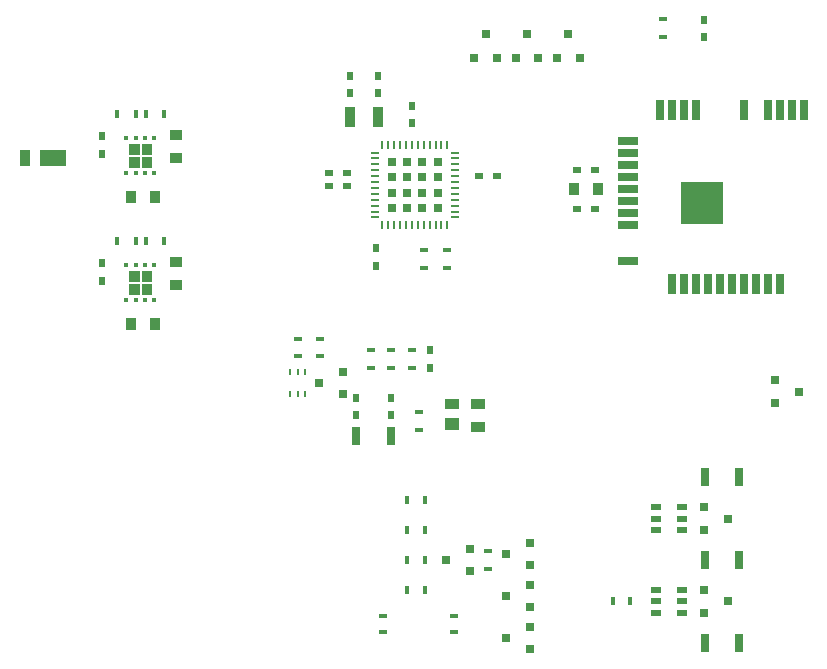
<source format=gbp>
G04 #@! TF.GenerationSoftware,KiCad,Pcbnew,(5.0.0-rc2-dev-640-gbf135b0)*
G04 #@! TF.CreationDate,2018-05-13T18:52:19-05:00*
G04 #@! TF.ProjectId,WiFi-Septic-Controller,576946692D5365707469632D436F6E74,rev?*
G04 #@! TF.SameCoordinates,Original*
G04 #@! TF.FileFunction,Paste,Bot*
G04 #@! TF.FilePolarity,Positive*
%FSLAX46Y46*%
G04 Gerber Fmt 4.6, Leading zero omitted, Abs format (unit mm)*
G04 Created by KiCad (PCBNEW (5.0.0-rc2-dev-640-gbf135b0)) date Sunday, May 13, 2018 at 06:52:19 PM*
%MOMM*%
%LPD*%
G01*
G04 APERTURE LIST*
%ADD10C,0.001000*%
%ADD11R,0.360000X0.760000*%
%ADD12R,0.399950X0.449950*%
%ADD13R,1.110000X0.860000*%
%ADD14R,0.610000X0.660000*%
%ADD15R,0.860000X1.110000*%
%ADD16R,0.660000X1.760000*%
%ADD17R,1.760000X0.660000*%
%ADD18R,3.560000X3.560000*%
%ADD19R,0.772450X0.772450*%
%ADD20R,0.699950X0.249950*%
%ADD21R,0.249950X0.699950*%
%ADD22R,0.660000X0.610000*%
%ADD23R,0.910000X1.360000*%
%ADD24R,2.260000X1.360000*%
%ADD25R,0.760000X0.660000*%
%ADD26R,1.260000X0.860000*%
%ADD27R,1.260000X1.060000*%
%ADD28R,0.760000X1.560000*%
%ADD29R,0.760000X0.360000*%
%ADD30R,0.260000X0.510000*%
%ADD31R,0.660000X0.760000*%
%ADD32R,0.920000X0.510000*%
%ADD33R,0.960000X1.760000*%
G04 APERTURE END LIST*
D10*
G36*
X46620000Y-43810000D02*
X46620000Y-44590000D01*
X45810000Y-44590000D01*
X45810000Y-43810000D01*
X46620000Y-43810000D01*
G37*
X46620000Y-43810000D02*
X46620000Y-44590000D01*
X45810000Y-44590000D01*
X45810000Y-43810000D01*
X46620000Y-43810000D01*
G36*
X46880000Y-43810000D02*
X46880000Y-44590000D01*
X47690000Y-44590000D01*
X47690000Y-43810000D01*
X46880000Y-43810000D01*
G37*
X46880000Y-43810000D02*
X46880000Y-44590000D01*
X47690000Y-44590000D01*
X47690000Y-43810000D01*
X46880000Y-43810000D01*
G36*
X46880000Y-44910000D02*
X46880000Y-45690000D01*
X47690000Y-45690000D01*
X47690000Y-44910000D01*
X46880000Y-44910000D01*
G37*
X46880000Y-44910000D02*
X46880000Y-45690000D01*
X47690000Y-45690000D01*
X47690000Y-44910000D01*
X46880000Y-44910000D01*
G36*
X45810000Y-44910000D02*
X45810000Y-45690000D01*
X46620000Y-45690000D01*
X46620000Y-44910000D01*
X45810000Y-44910000D01*
G37*
X45810000Y-44910000D02*
X45810000Y-45690000D01*
X46620000Y-45690000D01*
X46620000Y-44910000D01*
X45810000Y-44910000D01*
G36*
X45810000Y-55660000D02*
X45810000Y-56440000D01*
X46620000Y-56440000D01*
X46620000Y-55660000D01*
X45810000Y-55660000D01*
G37*
X45810000Y-55660000D02*
X45810000Y-56440000D01*
X46620000Y-56440000D01*
X46620000Y-55660000D01*
X45810000Y-55660000D01*
G36*
X46880000Y-55660000D02*
X46880000Y-56440000D01*
X47690000Y-56440000D01*
X47690000Y-55660000D01*
X46880000Y-55660000D01*
G37*
X46880000Y-55660000D02*
X46880000Y-56440000D01*
X47690000Y-56440000D01*
X47690000Y-55660000D01*
X46880000Y-55660000D01*
G36*
X46880000Y-54560000D02*
X46880000Y-55340000D01*
X47690000Y-55340000D01*
X47690000Y-54560000D01*
X46880000Y-54560000D01*
G37*
X46880000Y-54560000D02*
X46880000Y-55340000D01*
X47690000Y-55340000D01*
X47690000Y-54560000D01*
X46880000Y-54560000D01*
G36*
X46620000Y-54560000D02*
X46620000Y-55340000D01*
X45810000Y-55340000D01*
X45810000Y-54560000D01*
X46620000Y-54560000D01*
G37*
X46620000Y-54560000D02*
X46620000Y-55340000D01*
X45810000Y-55340000D01*
X45810000Y-54560000D01*
X46620000Y-54560000D01*
D11*
X48750000Y-41250000D03*
X47250000Y-41250000D03*
X46350000Y-41250000D03*
X44750000Y-41250000D03*
D12*
X45550000Y-46225000D03*
X46350000Y-46225000D03*
X47150000Y-46225000D03*
X47950000Y-46225000D03*
X47950000Y-43275000D03*
X47150000Y-43275000D03*
X46350000Y-43275000D03*
X45550000Y-43275000D03*
D13*
X49750000Y-43000000D03*
X49750000Y-45000000D03*
D14*
X43500000Y-43100000D03*
X43500000Y-44600000D03*
D15*
X48000000Y-48250000D03*
X46000000Y-48250000D03*
D16*
X90750000Y-40885000D03*
X91766000Y-40885000D03*
X92782000Y-40885000D03*
X93798000Y-40885000D03*
X97862000Y-40885000D03*
X99894000Y-40885000D03*
X100910000Y-40885000D03*
X101926000Y-40885000D03*
X102942000Y-40885000D03*
X100904000Y-55615000D03*
X99888000Y-55615000D03*
X98872000Y-55615000D03*
X97856000Y-55615000D03*
X96840000Y-55615000D03*
X95824000Y-55615000D03*
X94808000Y-55615000D03*
X93792000Y-55615000D03*
X92776000Y-55615000D03*
X91760000Y-55615000D03*
D17*
X88080000Y-53715000D03*
X88080000Y-50667000D03*
X88080000Y-49651000D03*
X88080000Y-48635000D03*
X88080000Y-47619000D03*
X88080000Y-46603000D03*
X88080000Y-45587000D03*
X88080000Y-44571000D03*
X88080000Y-43555000D03*
D18*
X94350000Y-48735000D03*
D12*
X45550000Y-54025000D03*
X46350000Y-54025000D03*
X47150000Y-54025000D03*
X47950000Y-54025000D03*
X47950000Y-56975000D03*
X47150000Y-56975000D03*
X46350000Y-56975000D03*
X45550000Y-56975000D03*
D19*
X68068750Y-45318750D03*
X69356250Y-45318750D03*
X70643750Y-45318750D03*
X71931250Y-45318750D03*
X68068750Y-46606250D03*
X69356250Y-46606250D03*
X70643750Y-46606250D03*
X71931250Y-46606250D03*
X68068750Y-47893750D03*
X69356250Y-47893750D03*
X70643750Y-47893750D03*
X71931250Y-47893750D03*
X68068750Y-49181250D03*
X69356250Y-49181250D03*
X70643750Y-49181250D03*
X71931250Y-49181250D03*
D20*
X66600000Y-44500000D03*
X66600000Y-45000000D03*
X66600000Y-45500000D03*
X66600000Y-46000000D03*
X66600000Y-46500000D03*
X66600000Y-47000000D03*
X66600000Y-47500000D03*
X66600000Y-48000000D03*
X66600000Y-48500000D03*
X66600000Y-49000000D03*
X66600000Y-49500000D03*
X66600000Y-50000000D03*
D21*
X67250000Y-50650000D03*
X67750000Y-50650000D03*
X68250000Y-50650000D03*
X68750000Y-50650000D03*
X69250000Y-50650000D03*
X69750000Y-50650000D03*
X70250000Y-50650000D03*
X70750000Y-50650000D03*
X71250000Y-50650000D03*
X71750000Y-50650000D03*
X72250000Y-50650000D03*
X72750000Y-50650000D03*
D20*
X73400000Y-50000000D03*
X73400000Y-49500000D03*
X73400000Y-49000000D03*
X73400000Y-48500000D03*
X73400000Y-48000000D03*
X73400000Y-47500000D03*
X73400000Y-47000000D03*
X73400000Y-46500000D03*
X73400000Y-46000000D03*
X73400000Y-45500000D03*
X73400000Y-45000000D03*
X73400000Y-44500000D03*
D21*
X72750000Y-43850000D03*
X72250000Y-43850000D03*
X71750000Y-43850000D03*
X71250000Y-43850000D03*
X70750000Y-43850000D03*
X70250000Y-43850000D03*
X69750000Y-43850000D03*
X69250000Y-43850000D03*
X68750000Y-43850000D03*
X68250000Y-43850000D03*
X67750000Y-43850000D03*
X67250000Y-43850000D03*
D15*
X46000000Y-59000000D03*
X48000000Y-59000000D03*
D14*
X43500000Y-55350000D03*
X43500000Y-53850000D03*
D13*
X49750000Y-55750000D03*
X49750000Y-53750000D03*
D14*
X67950000Y-66750000D03*
X67950000Y-65250000D03*
X65050000Y-65250000D03*
X65050000Y-66750000D03*
X69750000Y-42025000D03*
X69750000Y-40525000D03*
D22*
X62750000Y-46200000D03*
X64250000Y-46200000D03*
D14*
X66750000Y-52590000D03*
X66750000Y-54090000D03*
D22*
X76950000Y-46500000D03*
X75450000Y-46500000D03*
X83750000Y-46000000D03*
X85250000Y-46000000D03*
X62750000Y-47300000D03*
X64250000Y-47300000D03*
D15*
X83500000Y-47619000D03*
X85500000Y-47619000D03*
D22*
X83750000Y-49250000D03*
X85250000Y-49250000D03*
D14*
X64491847Y-38000000D03*
X64491847Y-39500000D03*
X66891847Y-38000000D03*
X66891847Y-39500000D03*
X94500000Y-34750000D03*
X94500000Y-33250000D03*
X71250000Y-62750000D03*
X71250000Y-61250000D03*
D23*
X37000000Y-45000000D03*
D24*
X39350000Y-45000000D03*
D25*
X94500000Y-83450000D03*
X94500000Y-81550000D03*
X96500000Y-82500000D03*
X96500000Y-75500000D03*
X94500000Y-74550000D03*
X94500000Y-76450000D03*
X100500000Y-65700000D03*
X100500000Y-63800000D03*
X102500000Y-64750000D03*
D26*
X75350000Y-67700000D03*
X75350000Y-65800000D03*
X73150000Y-65800000D03*
D27*
X73150000Y-67520000D03*
D28*
X65050000Y-68500000D03*
X67950000Y-68500000D03*
D29*
X70375000Y-68000000D03*
X70375000Y-66500000D03*
D25*
X72660000Y-78994000D03*
X74660000Y-79944000D03*
X74660000Y-78044000D03*
X79740000Y-84648000D03*
X79740000Y-86548000D03*
X77740000Y-85598000D03*
X61881000Y-64000000D03*
X63881000Y-64950000D03*
X63881000Y-63050000D03*
D30*
X59421000Y-64950000D03*
X60721000Y-64950000D03*
X60071000Y-63050000D03*
X60071000Y-64950000D03*
X60721000Y-63050000D03*
X59421000Y-63050000D03*
D31*
X76000000Y-34500000D03*
X75050000Y-36500000D03*
X76950000Y-36500000D03*
X80450000Y-36500000D03*
X78550000Y-36500000D03*
X79500000Y-34500000D03*
X83000000Y-34500000D03*
X82050000Y-36500000D03*
X83950000Y-36500000D03*
D11*
X47250000Y-52000000D03*
X48750000Y-52000000D03*
X44750000Y-52000000D03*
X46350000Y-52000000D03*
D29*
X76200000Y-78244000D03*
X76200000Y-79744000D03*
X70750000Y-52750000D03*
X70750000Y-54250000D03*
X60071000Y-61750000D03*
X60071000Y-60250000D03*
X61976000Y-60250000D03*
X61976000Y-61750000D03*
X72750000Y-54250000D03*
X72750000Y-52750000D03*
D28*
X94550000Y-86000000D03*
X97450000Y-86000000D03*
X97450000Y-79000000D03*
X94550000Y-79000000D03*
X94550000Y-72000000D03*
X97450000Y-72000000D03*
D11*
X69354000Y-76454000D03*
X70854000Y-76454000D03*
X70854000Y-73914000D03*
X69354000Y-73914000D03*
X70854000Y-81534000D03*
X69354000Y-81534000D03*
D29*
X91000000Y-33195000D03*
X91000000Y-34695000D03*
X68000000Y-62750000D03*
X68000000Y-61250000D03*
X69750000Y-62750000D03*
X69750000Y-61250000D03*
X66250000Y-62750000D03*
X66250000Y-61250000D03*
D32*
X92600000Y-81550000D03*
X92600000Y-82500000D03*
X92600000Y-83450000D03*
X90400000Y-83450000D03*
X90400000Y-81550000D03*
X90400000Y-82500000D03*
X90400000Y-75500000D03*
X90400000Y-74550000D03*
X90400000Y-76450000D03*
X92600000Y-76450000D03*
X92600000Y-75500000D03*
X92600000Y-74550000D03*
D33*
X64491847Y-41500000D03*
X66891847Y-41500000D03*
D11*
X86750000Y-82500000D03*
X88250000Y-82500000D03*
X69354000Y-78994000D03*
X70854000Y-78994000D03*
D29*
X67310000Y-83705000D03*
X67310000Y-85110000D03*
X73279000Y-85110000D03*
X73279000Y-83705000D03*
D25*
X77740000Y-78486000D03*
X79740000Y-79436000D03*
X79740000Y-77536000D03*
X79740000Y-81092000D03*
X79740000Y-82992000D03*
X77740000Y-82042000D03*
M02*

</source>
